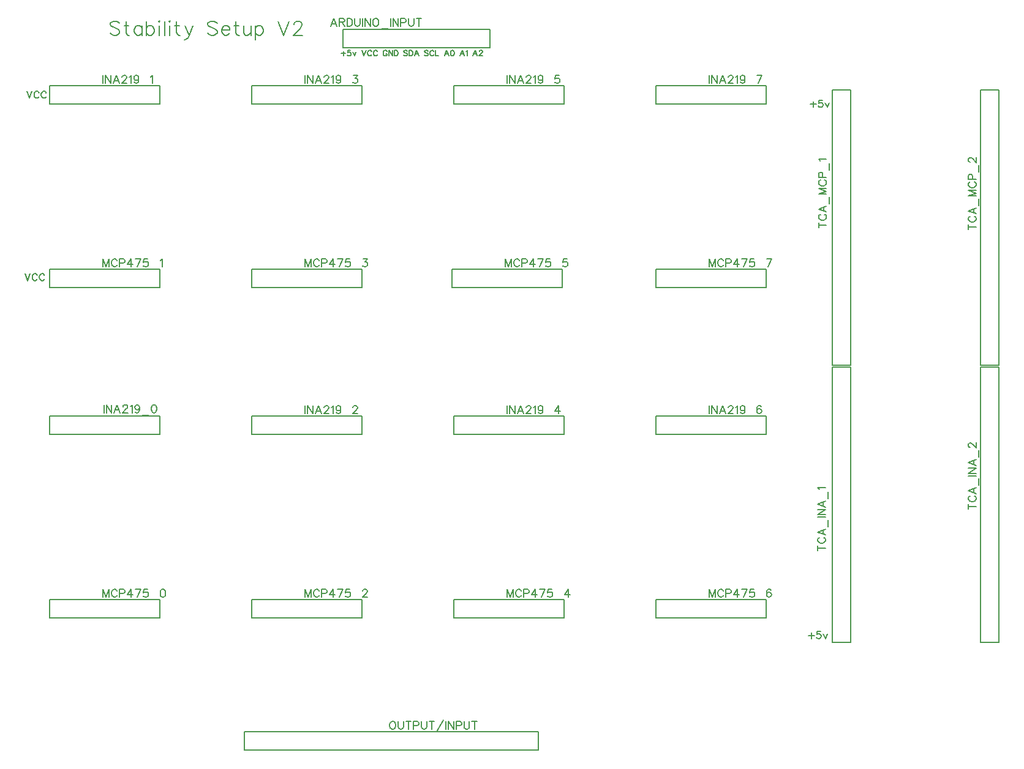
<source format=gto>
G04 Layer: TopSilkscreenLayer*
G04 EasyEDA v6.5.9, 2022-10-13 02:00:02*
G04 e360aac8450f43158dbdd5a42fdb8d84,1d9ebe74aaba41f0b176b6c48231f753,10*
G04 Gerber Generator version 0.2*
G04 Scale: 100 percent, Rotated: No, Reflected: No *
G04 Dimensions in millimeters *
G04 leading zeros omitted , absolute positions ,4 integer and 5 decimal *
%FSLAX45Y45*%
%MOMM*%

%ADD10C,0.2032*%
%ADD11C,0.1500*%
%ADD12C,0.1524*%
%ADD13C,0.2030*%
%ADD14C,0.2030*%
%ADD15C,0.0150*%

%LPD*%
D10*
X2237486Y9626092D02*
G01*
X2218943Y9644634D01*
X2191258Y9653778D01*
X2154427Y9653778D01*
X2126741Y9644634D01*
X2108200Y9626092D01*
X2108200Y9607550D01*
X2117343Y9589262D01*
X2126741Y9579863D01*
X2145029Y9570720D01*
X2200656Y9552178D01*
X2218943Y9543034D01*
X2228341Y9533889D01*
X2237486Y9515347D01*
X2237486Y9487662D01*
X2218943Y9469120D01*
X2191258Y9459976D01*
X2154427Y9459976D01*
X2126741Y9469120D01*
X2108200Y9487662D01*
X2326131Y9653778D02*
G01*
X2326131Y9496805D01*
X2335529Y9469120D01*
X2353818Y9459976D01*
X2372359Y9459976D01*
X2298445Y9589262D02*
G01*
X2363215Y9589262D01*
X2544063Y9589262D02*
G01*
X2544063Y9459976D01*
X2544063Y9561576D02*
G01*
X2525775Y9579863D01*
X2507234Y9589262D01*
X2479547Y9589262D01*
X2461006Y9579863D01*
X2442463Y9561576D01*
X2433320Y9533889D01*
X2433320Y9515347D01*
X2442463Y9487662D01*
X2461006Y9469120D01*
X2479547Y9459976D01*
X2507234Y9459976D01*
X2525775Y9469120D01*
X2544063Y9487662D01*
X2605024Y9653778D02*
G01*
X2605024Y9459976D01*
X2605024Y9561576D02*
G01*
X2623565Y9579863D01*
X2642108Y9589262D01*
X2669793Y9589262D01*
X2688336Y9579863D01*
X2706624Y9561576D01*
X2716022Y9533889D01*
X2716022Y9515347D01*
X2706624Y9487662D01*
X2688336Y9469120D01*
X2669793Y9459976D01*
X2642108Y9459976D01*
X2623565Y9469120D01*
X2605024Y9487662D01*
X2776981Y9653778D02*
G01*
X2786125Y9644634D01*
X2795270Y9653778D01*
X2786125Y9663176D01*
X2776981Y9653778D01*
X2786125Y9589262D02*
G01*
X2786125Y9459976D01*
X2856229Y9653778D02*
G01*
X2856229Y9459976D01*
X2917190Y9653778D02*
G01*
X2926588Y9644634D01*
X2935731Y9653778D01*
X2926588Y9663176D01*
X2917190Y9653778D01*
X2926588Y9589262D02*
G01*
X2926588Y9459976D01*
X3024377Y9653778D02*
G01*
X3024377Y9496805D01*
X3033775Y9469120D01*
X3052063Y9459976D01*
X3070606Y9459976D01*
X2996691Y9589262D02*
G01*
X3061461Y9589262D01*
X3140709Y9589262D02*
G01*
X3196336Y9459976D01*
X3251708Y9589262D02*
G01*
X3196336Y9459976D01*
X3177793Y9422892D01*
X3159252Y9404350D01*
X3140709Y9395205D01*
X3131565Y9395205D01*
X3584193Y9626092D02*
G01*
X3565652Y9644634D01*
X3537965Y9653778D01*
X3501136Y9653778D01*
X3473450Y9644634D01*
X3454908Y9626092D01*
X3454908Y9607550D01*
X3464052Y9589262D01*
X3473450Y9579863D01*
X3491738Y9570720D01*
X3547109Y9552178D01*
X3565652Y9543034D01*
X3575050Y9533889D01*
X3584193Y9515347D01*
X3584193Y9487662D01*
X3565652Y9469120D01*
X3537965Y9459976D01*
X3501136Y9459976D01*
X3473450Y9469120D01*
X3454908Y9487662D01*
X3645154Y9533889D02*
G01*
X3755897Y9533889D01*
X3755897Y9552178D01*
X3746754Y9570720D01*
X3737609Y9579863D01*
X3719068Y9589262D01*
X3691381Y9589262D01*
X3672840Y9579863D01*
X3654297Y9561576D01*
X3645154Y9533889D01*
X3645154Y9515347D01*
X3654297Y9487662D01*
X3672840Y9469120D01*
X3691381Y9459976D01*
X3719068Y9459976D01*
X3737609Y9469120D01*
X3755897Y9487662D01*
X3844543Y9653778D02*
G01*
X3844543Y9496805D01*
X3853941Y9469120D01*
X3872229Y9459976D01*
X3890772Y9459976D01*
X3816858Y9589262D02*
G01*
X3881627Y9589262D01*
X3951731Y9589262D02*
G01*
X3951731Y9496805D01*
X3961129Y9469120D01*
X3979418Y9459976D01*
X4007104Y9459976D01*
X4025645Y9469120D01*
X4053331Y9496805D01*
X4053331Y9589262D02*
G01*
X4053331Y9459976D01*
X4114291Y9589262D02*
G01*
X4114291Y9395205D01*
X4114291Y9561576D02*
G01*
X4132834Y9579863D01*
X4151375Y9589262D01*
X4179061Y9589262D01*
X4197350Y9579863D01*
X4215891Y9561576D01*
X4225290Y9533889D01*
X4225290Y9515347D01*
X4215891Y9487662D01*
X4197350Y9469120D01*
X4179061Y9459976D01*
X4151375Y9459976D01*
X4132834Y9469120D01*
X4114291Y9487662D01*
X4428490Y9653778D02*
G01*
X4502150Y9459976D01*
X4576063Y9653778D02*
G01*
X4502150Y9459976D01*
X4646422Y9607550D02*
G01*
X4646422Y9616947D01*
X4655565Y9635489D01*
X4664709Y9644634D01*
X4683252Y9653778D01*
X4720336Y9653778D01*
X4738624Y9644634D01*
X4748022Y9635489D01*
X4757165Y9616947D01*
X4757165Y9598405D01*
X4748022Y9579863D01*
X4729479Y9552178D01*
X4637024Y9459976D01*
X4766309Y9459976D01*
D11*
X5328665Y9239250D02*
G01*
X5328665Y9173718D01*
X5295900Y9206484D02*
G01*
X5361431Y9206484D01*
X5428995Y9250171D02*
G01*
X5392674Y9250171D01*
X5388863Y9217405D01*
X5392674Y9220962D01*
X5403595Y9224771D01*
X5414518Y9224771D01*
X5425440Y9220962D01*
X5432552Y9213850D01*
X5436361Y9202928D01*
X5436361Y9195562D01*
X5432552Y9184639D01*
X5425440Y9177274D01*
X5414518Y9173718D01*
X5403595Y9173718D01*
X5392674Y9177274D01*
X5388863Y9181084D01*
X5385308Y9188195D01*
X5460238Y9224771D02*
G01*
X5482081Y9173718D01*
X5503925Y9224771D02*
G01*
X5482081Y9173718D01*
X5583936Y9250171D02*
G01*
X5612891Y9173718D01*
X5642102Y9250171D02*
G01*
X5612891Y9173718D01*
X5720588Y9231884D02*
G01*
X5717031Y9239250D01*
X5709665Y9246615D01*
X5702554Y9250171D01*
X5687822Y9250171D01*
X5680709Y9246615D01*
X5673343Y9239250D01*
X5669788Y9231884D01*
X5665977Y9220962D01*
X5665977Y9202928D01*
X5669788Y9192005D01*
X5673343Y9184639D01*
X5680709Y9177274D01*
X5687822Y9173718D01*
X5702554Y9173718D01*
X5709665Y9177274D01*
X5717031Y9184639D01*
X5720588Y9192005D01*
X5799074Y9231884D02*
G01*
X5795518Y9239250D01*
X5788152Y9246615D01*
X5781040Y9250171D01*
X5766561Y9250171D01*
X5759195Y9246615D01*
X5751829Y9239250D01*
X5748274Y9231884D01*
X5744718Y9220962D01*
X5744718Y9202928D01*
X5748274Y9192005D01*
X5751829Y9184639D01*
X5759195Y9177274D01*
X5766561Y9173718D01*
X5781040Y9173718D01*
X5788152Y9177274D01*
X5795518Y9184639D01*
X5799074Y9192005D01*
X5933693Y9231884D02*
G01*
X5930138Y9239250D01*
X5922772Y9246615D01*
X5915659Y9250171D01*
X5900927Y9250171D01*
X5893815Y9246615D01*
X5886450Y9239250D01*
X5882893Y9231884D01*
X5879084Y9220962D01*
X5879084Y9202928D01*
X5882893Y9192005D01*
X5886450Y9184639D01*
X5893815Y9177274D01*
X5900927Y9173718D01*
X5915659Y9173718D01*
X5922772Y9177274D01*
X5930138Y9184639D01*
X5933693Y9192005D01*
X5933693Y9202928D01*
X5915659Y9202928D02*
G01*
X5933693Y9202928D01*
X5957824Y9250171D02*
G01*
X5957824Y9173718D01*
X5957824Y9250171D02*
G01*
X6008624Y9173718D01*
X6008624Y9250171D02*
G01*
X6008624Y9173718D01*
X6032500Y9250171D02*
G01*
X6032500Y9173718D01*
X6032500Y9250171D02*
G01*
X6058154Y9250171D01*
X6069075Y9246615D01*
X6076188Y9239250D01*
X6079997Y9231884D01*
X6083554Y9220962D01*
X6083554Y9202928D01*
X6079997Y9192005D01*
X6076188Y9184639D01*
X6069075Y9177274D01*
X6058154Y9173718D01*
X6032500Y9173718D01*
X6214363Y9239250D02*
G01*
X6207252Y9246615D01*
X6196329Y9250171D01*
X6181597Y9250171D01*
X6170929Y9246615D01*
X6163563Y9239250D01*
X6163563Y9231884D01*
X6167120Y9224771D01*
X6170929Y9220962D01*
X6178041Y9217405D01*
X6199886Y9210039D01*
X6207252Y9206484D01*
X6210808Y9202928D01*
X6214363Y9195562D01*
X6214363Y9184639D01*
X6207252Y9177274D01*
X6196329Y9173718D01*
X6181597Y9173718D01*
X6170929Y9177274D01*
X6163563Y9184639D01*
X6238493Y9250171D02*
G01*
X6238493Y9173718D01*
X6238493Y9250171D02*
G01*
X6263893Y9250171D01*
X6274815Y9246615D01*
X6282181Y9239250D01*
X6285738Y9231884D01*
X6289293Y9220962D01*
X6289293Y9202928D01*
X6285738Y9192005D01*
X6282181Y9184639D01*
X6274815Y9177274D01*
X6263893Y9173718D01*
X6238493Y9173718D01*
X6342379Y9250171D02*
G01*
X6313424Y9173718D01*
X6342379Y9250171D02*
G01*
X6371590Y9173718D01*
X6324345Y9199118D02*
G01*
X6360668Y9199118D01*
X6502400Y9239250D02*
G01*
X6495288Y9246615D01*
X6484365Y9250171D01*
X6469634Y9250171D01*
X6458711Y9246615D01*
X6451600Y9239250D01*
X6451600Y9231884D01*
X6455156Y9224771D01*
X6458711Y9220962D01*
X6466077Y9217405D01*
X6487922Y9210039D01*
X6495288Y9206484D01*
X6498843Y9202928D01*
X6502400Y9195562D01*
X6502400Y9184639D01*
X6495288Y9177274D01*
X6484365Y9173718D01*
X6469634Y9173718D01*
X6458711Y9177274D01*
X6451600Y9184639D01*
X6580886Y9231884D02*
G01*
X6577329Y9239250D01*
X6569963Y9246615D01*
X6562852Y9250171D01*
X6548374Y9250171D01*
X6541008Y9246615D01*
X6533641Y9239250D01*
X6530086Y9231884D01*
X6526529Y9220962D01*
X6526529Y9202928D01*
X6530086Y9192005D01*
X6533641Y9184639D01*
X6541008Y9177274D01*
X6548374Y9173718D01*
X6562852Y9173718D01*
X6569963Y9177274D01*
X6577329Y9184639D01*
X6580886Y9192005D01*
X6605015Y9250171D02*
G01*
X6605015Y9173718D01*
X6605015Y9173718D02*
G01*
X6648704Y9173718D01*
X6757670Y9250171D02*
G01*
X6728713Y9173718D01*
X6757670Y9250171D02*
G01*
X6786879Y9173718D01*
X6739636Y9199118D02*
G01*
X6775958Y9199118D01*
X6832600Y9250171D02*
G01*
X6821677Y9246615D01*
X6814565Y9235694D01*
X6810756Y9217405D01*
X6810756Y9206484D01*
X6814565Y9188195D01*
X6821677Y9177274D01*
X6832600Y9173718D01*
X6839965Y9173718D01*
X6850888Y9177274D01*
X6858000Y9188195D01*
X6861809Y9206484D01*
X6861809Y9217405D01*
X6858000Y9235694D01*
X6850888Y9246615D01*
X6839965Y9250171D01*
X6832600Y9250171D01*
X6970775Y9250171D02*
G01*
X6941820Y9173718D01*
X6970775Y9250171D02*
G01*
X6999986Y9173718D01*
X6952741Y9199118D02*
G01*
X6989063Y9199118D01*
X7023861Y9235694D02*
G01*
X7031227Y9239250D01*
X7042150Y9250171D01*
X7042150Y9173718D01*
X7151115Y9250171D02*
G01*
X7122159Y9173718D01*
X7151115Y9250171D02*
G01*
X7180325Y9173718D01*
X7133081Y9199118D02*
G01*
X7169404Y9199118D01*
X7208011Y9231884D02*
G01*
X7208011Y9235694D01*
X7211568Y9242805D01*
X7215124Y9246615D01*
X7222490Y9250171D01*
X7236968Y9250171D01*
X7244334Y9246615D01*
X7247890Y9242805D01*
X7251445Y9235694D01*
X7251445Y9228328D01*
X7247890Y9220962D01*
X7240524Y9210039D01*
X7204202Y9173718D01*
X7255256Y9173718D01*
X952500Y8686037D02*
G01*
X988821Y8590534D01*
X1025144Y8686037D02*
G01*
X988821Y8590534D01*
X1123442Y8663431D02*
G01*
X1118870Y8672576D01*
X1109726Y8681465D01*
X1100581Y8686037D01*
X1082547Y8686037D01*
X1073404Y8681465D01*
X1064260Y8672576D01*
X1059687Y8663431D01*
X1055115Y8649715D01*
X1055115Y8627110D01*
X1059687Y8613394D01*
X1064260Y8604250D01*
X1073404Y8595105D01*
X1082547Y8590534D01*
X1100581Y8590534D01*
X1109726Y8595105D01*
X1118870Y8604250D01*
X1123442Y8613394D01*
X1221486Y8663431D02*
G01*
X1217168Y8672576D01*
X1208023Y8681465D01*
X1198879Y8686037D01*
X1180592Y8686037D01*
X1171702Y8681465D01*
X1162557Y8672576D01*
X1157986Y8663431D01*
X1153413Y8649715D01*
X1153413Y8627110D01*
X1157986Y8613394D01*
X1162557Y8604250D01*
X1171702Y8595105D01*
X1180592Y8590534D01*
X1198879Y8590534D01*
X1208023Y8595105D01*
X1217168Y8604250D01*
X1221486Y8613394D01*
X927100Y6158737D02*
G01*
X963421Y6063234D01*
X999744Y6158737D02*
G01*
X963421Y6063234D01*
X1098042Y6136131D02*
G01*
X1093470Y6145276D01*
X1084326Y6154165D01*
X1075181Y6158737D01*
X1057147Y6158737D01*
X1048004Y6154165D01*
X1038860Y6145276D01*
X1034287Y6136131D01*
X1029715Y6122415D01*
X1029715Y6099810D01*
X1034287Y6086094D01*
X1038860Y6076950D01*
X1048004Y6067805D01*
X1057147Y6063234D01*
X1075181Y6063234D01*
X1084326Y6067805D01*
X1093470Y6076950D01*
X1098042Y6086094D01*
X1196086Y6136131D02*
G01*
X1191768Y6145276D01*
X1182623Y6154165D01*
X1173479Y6158737D01*
X1155192Y6158737D01*
X1146302Y6154165D01*
X1137157Y6145276D01*
X1132586Y6136131D01*
X1128013Y6122415D01*
X1128013Y6099810D01*
X1132586Y6086094D01*
X1137157Y6076950D01*
X1146302Y6067805D01*
X1155192Y6063234D01*
X1173479Y6063234D01*
X1182623Y6067805D01*
X1191768Y6076950D01*
X1196086Y6086094D01*
X11826493Y8545576D02*
G01*
X11826493Y8463534D01*
X11785600Y8504681D02*
G01*
X11867388Y8504681D01*
X11951970Y8559037D02*
G01*
X11906504Y8559037D01*
X11901931Y8518144D01*
X11906504Y8522715D01*
X11920220Y8527287D01*
X11933681Y8527287D01*
X11947397Y8522715D01*
X11956541Y8513571D01*
X11961113Y8500110D01*
X11961113Y8490965D01*
X11956541Y8477250D01*
X11947397Y8468105D01*
X11933681Y8463534D01*
X11920220Y8463534D01*
X11906504Y8468105D01*
X11901931Y8472678D01*
X11897359Y8481821D01*
X11991086Y8527287D02*
G01*
X12018263Y8463534D01*
X12045695Y8527287D02*
G01*
X12018263Y8463534D01*
X11801093Y1192276D02*
G01*
X11801093Y1110234D01*
X11760200Y1151381D02*
G01*
X11841988Y1151381D01*
X11926570Y1205737D02*
G01*
X11881104Y1205737D01*
X11876531Y1164844D01*
X11881104Y1169415D01*
X11894820Y1173987D01*
X11908281Y1173987D01*
X11921997Y1169415D01*
X11931141Y1160271D01*
X11935713Y1146810D01*
X11935713Y1137665D01*
X11931141Y1123950D01*
X11921997Y1114805D01*
X11908281Y1110234D01*
X11894820Y1110234D01*
X11881104Y1114805D01*
X11876531Y1119378D01*
X11871959Y1128521D01*
X11965686Y1173987D02*
G01*
X11992863Y1110234D01*
X12020295Y1173987D02*
G01*
X11992863Y1110234D01*
D12*
X2019300Y4344415D02*
G01*
X2019300Y4235450D01*
X2053590Y4344415D02*
G01*
X2053590Y4235450D01*
X2053590Y4344415D02*
G01*
X2126234Y4235450D01*
X2126234Y4344415D02*
G01*
X2126234Y4235450D01*
X2202179Y4344415D02*
G01*
X2160524Y4235450D01*
X2202179Y4344415D02*
G01*
X2243836Y4235450D01*
X2176272Y4271771D02*
G01*
X2228088Y4271771D01*
X2283206Y4318507D02*
G01*
X2283206Y4323587D01*
X2288540Y4334002D01*
X2293620Y4339336D01*
X2304034Y4344415D01*
X2324861Y4344415D01*
X2335275Y4339336D01*
X2340356Y4334002D01*
X2345690Y4323587D01*
X2345690Y4313173D01*
X2340356Y4302760D01*
X2329941Y4287265D01*
X2278125Y4235450D01*
X2350770Y4235450D01*
X2385059Y4323587D02*
G01*
X2395474Y4328921D01*
X2410968Y4344415D01*
X2410968Y4235450D01*
X2512822Y4308094D02*
G01*
X2507741Y4292600D01*
X2497327Y4282186D01*
X2481579Y4276852D01*
X2476500Y4276852D01*
X2461006Y4282186D01*
X2450591Y4292600D01*
X2445258Y4308094D01*
X2445258Y4313173D01*
X2450591Y4328921D01*
X2461006Y4339336D01*
X2476500Y4344415D01*
X2481579Y4344415D01*
X2497327Y4339336D01*
X2507741Y4328921D01*
X2512822Y4308094D01*
X2512822Y4282186D01*
X2507741Y4256023D01*
X2497327Y4240529D01*
X2481579Y4235450D01*
X2471420Y4235450D01*
X2455672Y4240529D01*
X2450591Y4250944D01*
X2547111Y4198873D02*
G01*
X2640584Y4198873D01*
X2706115Y4344415D02*
G01*
X2690622Y4339336D01*
X2680208Y4323587D01*
X2674874Y4297679D01*
X2674874Y4282186D01*
X2680208Y4256023D01*
X2690622Y4240529D01*
X2706115Y4235450D01*
X2716529Y4235450D01*
X2732024Y4240529D01*
X2742438Y4256023D01*
X2747772Y4282186D01*
X2747772Y4297679D01*
X2742438Y4323587D01*
X2732024Y4339336D01*
X2716529Y4344415D01*
X2706115Y4344415D01*
X2006600Y8903715D02*
G01*
X2006600Y8794750D01*
X2040890Y8903715D02*
G01*
X2040890Y8794750D01*
X2040890Y8903715D02*
G01*
X2113534Y8794750D01*
X2113534Y8903715D02*
G01*
X2113534Y8794750D01*
X2189479Y8903715D02*
G01*
X2147824Y8794750D01*
X2189479Y8903715D02*
G01*
X2231136Y8794750D01*
X2163572Y8831071D02*
G01*
X2215388Y8831071D01*
X2270506Y8877808D02*
G01*
X2270506Y8882887D01*
X2275840Y8893302D01*
X2280920Y8898636D01*
X2291334Y8903715D01*
X2312161Y8903715D01*
X2322575Y8898636D01*
X2327656Y8893302D01*
X2332990Y8882887D01*
X2332990Y8872474D01*
X2327656Y8862060D01*
X2317241Y8846565D01*
X2265425Y8794750D01*
X2338070Y8794750D01*
X2372359Y8882887D02*
G01*
X2382774Y8888221D01*
X2398268Y8903715D01*
X2398268Y8794750D01*
X2500122Y8867394D02*
G01*
X2495041Y8851900D01*
X2484627Y8841486D01*
X2468879Y8836152D01*
X2463800Y8836152D01*
X2448306Y8841486D01*
X2437891Y8851900D01*
X2432558Y8867394D01*
X2432558Y8872474D01*
X2437891Y8888221D01*
X2448306Y8898636D01*
X2463800Y8903715D01*
X2468879Y8903715D01*
X2484627Y8898636D01*
X2495041Y8888221D01*
X2500122Y8867394D01*
X2500122Y8841486D01*
X2495041Y8815324D01*
X2484627Y8799829D01*
X2468879Y8794750D01*
X2458720Y8794750D01*
X2442972Y8799829D01*
X2437891Y8810244D01*
X2534411Y8758174D02*
G01*
X2627884Y8758174D01*
X2662174Y8882887D02*
G01*
X2672588Y8888221D01*
X2688336Y8903715D01*
X2688336Y8794750D01*
X4800600Y4331715D02*
G01*
X4800600Y4222750D01*
X4834890Y4331715D02*
G01*
X4834890Y4222750D01*
X4834890Y4331715D02*
G01*
X4907534Y4222750D01*
X4907534Y4331715D02*
G01*
X4907534Y4222750D01*
X4983479Y4331715D02*
G01*
X4941824Y4222750D01*
X4983479Y4331715D02*
G01*
X5025136Y4222750D01*
X4957572Y4259071D02*
G01*
X5009388Y4259071D01*
X5064506Y4305807D02*
G01*
X5064506Y4310887D01*
X5069840Y4321302D01*
X5074920Y4326636D01*
X5085334Y4331715D01*
X5106161Y4331715D01*
X5116575Y4326636D01*
X5121656Y4321302D01*
X5126990Y4310887D01*
X5126990Y4300473D01*
X5121656Y4290060D01*
X5111241Y4274565D01*
X5059425Y4222750D01*
X5132070Y4222750D01*
X5166359Y4310887D02*
G01*
X5176774Y4316221D01*
X5192268Y4331715D01*
X5192268Y4222750D01*
X5294122Y4295394D02*
G01*
X5289041Y4279900D01*
X5278627Y4269486D01*
X5262879Y4264152D01*
X5257800Y4264152D01*
X5242306Y4269486D01*
X5231891Y4279900D01*
X5226558Y4295394D01*
X5226558Y4300473D01*
X5231891Y4316221D01*
X5242306Y4326636D01*
X5257800Y4331715D01*
X5262879Y4331715D01*
X5278627Y4326636D01*
X5289041Y4316221D01*
X5294122Y4295394D01*
X5294122Y4269486D01*
X5289041Y4243323D01*
X5278627Y4227829D01*
X5262879Y4222750D01*
X5252720Y4222750D01*
X5236972Y4227829D01*
X5231891Y4238244D01*
X5328411Y4186173D02*
G01*
X5421884Y4186173D01*
X5461508Y4305807D02*
G01*
X5461508Y4310887D01*
X5466588Y4321302D01*
X5471922Y4326636D01*
X5482336Y4331715D01*
X5502909Y4331715D01*
X5513324Y4326636D01*
X5518658Y4321302D01*
X5523738Y4310887D01*
X5523738Y4300473D01*
X5518658Y4290060D01*
X5508243Y4274565D01*
X5456174Y4222750D01*
X5529072Y4222750D01*
X4800600Y8903715D02*
G01*
X4800600Y8794750D01*
X4834890Y8903715D02*
G01*
X4834890Y8794750D01*
X4834890Y8903715D02*
G01*
X4907534Y8794750D01*
X4907534Y8903715D02*
G01*
X4907534Y8794750D01*
X4983479Y8903715D02*
G01*
X4941824Y8794750D01*
X4983479Y8903715D02*
G01*
X5025136Y8794750D01*
X4957572Y8831071D02*
G01*
X5009388Y8831071D01*
X5064506Y8877808D02*
G01*
X5064506Y8882887D01*
X5069840Y8893302D01*
X5074920Y8898636D01*
X5085334Y8903715D01*
X5106161Y8903715D01*
X5116575Y8898636D01*
X5121656Y8893302D01*
X5126990Y8882887D01*
X5126990Y8872474D01*
X5121656Y8862060D01*
X5111241Y8846565D01*
X5059425Y8794750D01*
X5132070Y8794750D01*
X5166359Y8882887D02*
G01*
X5176774Y8888221D01*
X5192268Y8903715D01*
X5192268Y8794750D01*
X5294122Y8867394D02*
G01*
X5289041Y8851900D01*
X5278627Y8841486D01*
X5262879Y8836152D01*
X5257800Y8836152D01*
X5242306Y8841486D01*
X5231891Y8851900D01*
X5226558Y8867394D01*
X5226558Y8872474D01*
X5231891Y8888221D01*
X5242306Y8898636D01*
X5257800Y8903715D01*
X5262879Y8903715D01*
X5278627Y8898636D01*
X5289041Y8888221D01*
X5294122Y8867394D01*
X5294122Y8841486D01*
X5289041Y8815324D01*
X5278627Y8799829D01*
X5262879Y8794750D01*
X5252720Y8794750D01*
X5236972Y8799829D01*
X5231891Y8810244D01*
X5328411Y8758174D02*
G01*
X5421884Y8758174D01*
X5466588Y8903715D02*
G01*
X5523738Y8903715D01*
X5492750Y8862060D01*
X5508243Y8862060D01*
X5518658Y8856979D01*
X5523738Y8851900D01*
X5529072Y8836152D01*
X5529072Y8825737D01*
X5523738Y8810244D01*
X5513324Y8799829D01*
X5497829Y8794750D01*
X5482336Y8794750D01*
X5466588Y8799829D01*
X5461508Y8804910D01*
X5456174Y8815324D01*
X7594600Y4331715D02*
G01*
X7594600Y4222750D01*
X7628890Y4331715D02*
G01*
X7628890Y4222750D01*
X7628890Y4331715D02*
G01*
X7701534Y4222750D01*
X7701534Y4331715D02*
G01*
X7701534Y4222750D01*
X7777479Y4331715D02*
G01*
X7735824Y4222750D01*
X7777479Y4331715D02*
G01*
X7819136Y4222750D01*
X7751572Y4259071D02*
G01*
X7803388Y4259071D01*
X7858506Y4305807D02*
G01*
X7858506Y4310887D01*
X7863840Y4321302D01*
X7868920Y4326636D01*
X7879334Y4331715D01*
X7900161Y4331715D01*
X7910575Y4326636D01*
X7915656Y4321302D01*
X7920990Y4310887D01*
X7920990Y4300473D01*
X7915656Y4290060D01*
X7905241Y4274565D01*
X7853425Y4222750D01*
X7926070Y4222750D01*
X7960359Y4310887D02*
G01*
X7970774Y4316221D01*
X7986268Y4331715D01*
X7986268Y4222750D01*
X8088122Y4295394D02*
G01*
X8083041Y4279900D01*
X8072627Y4269486D01*
X8056879Y4264152D01*
X8051800Y4264152D01*
X8036306Y4269486D01*
X8025891Y4279900D01*
X8020558Y4295394D01*
X8020558Y4300473D01*
X8025891Y4316221D01*
X8036306Y4326636D01*
X8051800Y4331715D01*
X8056879Y4331715D01*
X8072627Y4326636D01*
X8083041Y4316221D01*
X8088122Y4295394D01*
X8088122Y4269486D01*
X8083041Y4243323D01*
X8072627Y4227829D01*
X8056879Y4222750D01*
X8046720Y4222750D01*
X8030972Y4227829D01*
X8025891Y4238244D01*
X8122411Y4186173D02*
G01*
X8215884Y4186173D01*
X8302243Y4331715D02*
G01*
X8250174Y4259071D01*
X8328152Y4259071D01*
X8302243Y4331715D02*
G01*
X8302243Y4222750D01*
X7594600Y8903715D02*
G01*
X7594600Y8794750D01*
X7628890Y8903715D02*
G01*
X7628890Y8794750D01*
X7628890Y8903715D02*
G01*
X7701534Y8794750D01*
X7701534Y8903715D02*
G01*
X7701534Y8794750D01*
X7777479Y8903715D02*
G01*
X7735824Y8794750D01*
X7777479Y8903715D02*
G01*
X7819136Y8794750D01*
X7751572Y8831071D02*
G01*
X7803388Y8831071D01*
X7858506Y8877808D02*
G01*
X7858506Y8882887D01*
X7863840Y8893302D01*
X7868920Y8898636D01*
X7879334Y8903715D01*
X7900161Y8903715D01*
X7910575Y8898636D01*
X7915656Y8893302D01*
X7920990Y8882887D01*
X7920990Y8872474D01*
X7915656Y8862060D01*
X7905241Y8846565D01*
X7853425Y8794750D01*
X7926070Y8794750D01*
X7960359Y8882887D02*
G01*
X7970774Y8888221D01*
X7986268Y8903715D01*
X7986268Y8794750D01*
X8088122Y8867394D02*
G01*
X8083041Y8851900D01*
X8072627Y8841486D01*
X8056879Y8836152D01*
X8051800Y8836152D01*
X8036306Y8841486D01*
X8025891Y8851900D01*
X8020558Y8867394D01*
X8020558Y8872474D01*
X8025891Y8888221D01*
X8036306Y8898636D01*
X8051800Y8903715D01*
X8056879Y8903715D01*
X8072627Y8898636D01*
X8083041Y8888221D01*
X8088122Y8867394D01*
X8088122Y8841486D01*
X8083041Y8815324D01*
X8072627Y8799829D01*
X8056879Y8794750D01*
X8046720Y8794750D01*
X8030972Y8799829D01*
X8025891Y8810244D01*
X8122411Y8758174D02*
G01*
X8215884Y8758174D01*
X8312658Y8903715D02*
G01*
X8260588Y8903715D01*
X8255508Y8856979D01*
X8260588Y8862060D01*
X8276336Y8867394D01*
X8291829Y8867394D01*
X8307324Y8862060D01*
X8317738Y8851900D01*
X8323072Y8836152D01*
X8323072Y8825737D01*
X8317738Y8810244D01*
X8307324Y8799829D01*
X8291829Y8794750D01*
X8276336Y8794750D01*
X8260588Y8799829D01*
X8255508Y8804910D01*
X8250174Y8815324D01*
X10388600Y4331715D02*
G01*
X10388600Y4222750D01*
X10422890Y4331715D02*
G01*
X10422890Y4222750D01*
X10422890Y4331715D02*
G01*
X10495534Y4222750D01*
X10495534Y4331715D02*
G01*
X10495534Y4222750D01*
X10571479Y4331715D02*
G01*
X10529824Y4222750D01*
X10571479Y4331715D02*
G01*
X10613136Y4222750D01*
X10545572Y4259071D02*
G01*
X10597388Y4259071D01*
X10652506Y4305807D02*
G01*
X10652506Y4310887D01*
X10657840Y4321302D01*
X10662920Y4326636D01*
X10673334Y4331715D01*
X10694161Y4331715D01*
X10704575Y4326636D01*
X10709656Y4321302D01*
X10714990Y4310887D01*
X10714990Y4300473D01*
X10709656Y4290060D01*
X10699241Y4274565D01*
X10647425Y4222750D01*
X10720070Y4222750D01*
X10754359Y4310887D02*
G01*
X10764774Y4316221D01*
X10780268Y4331715D01*
X10780268Y4222750D01*
X10882122Y4295394D02*
G01*
X10877041Y4279900D01*
X10866627Y4269486D01*
X10850879Y4264152D01*
X10845800Y4264152D01*
X10830306Y4269486D01*
X10819891Y4279900D01*
X10814558Y4295394D01*
X10814558Y4300473D01*
X10819891Y4316221D01*
X10830306Y4326636D01*
X10845800Y4331715D01*
X10850879Y4331715D01*
X10866627Y4326636D01*
X10877041Y4316221D01*
X10882122Y4295394D01*
X10882122Y4269486D01*
X10877041Y4243323D01*
X10866627Y4227829D01*
X10850879Y4222750D01*
X10840720Y4222750D01*
X10824972Y4227829D01*
X10819891Y4238244D01*
X10916411Y4186173D02*
G01*
X11009884Y4186173D01*
X11106658Y4316221D02*
G01*
X11101324Y4326636D01*
X11085829Y4331715D01*
X11075415Y4331715D01*
X11059922Y4326636D01*
X11049508Y4310887D01*
X11044174Y4284979D01*
X11044174Y4259071D01*
X11049508Y4238244D01*
X11059922Y4227829D01*
X11075415Y4222750D01*
X11080750Y4222750D01*
X11096243Y4227829D01*
X11106658Y4238244D01*
X11111738Y4253737D01*
X11111738Y4259071D01*
X11106658Y4274565D01*
X11096243Y4284979D01*
X11080750Y4290060D01*
X11075415Y4290060D01*
X11059922Y4284979D01*
X11049508Y4274565D01*
X11044174Y4259071D01*
X10388600Y8903715D02*
G01*
X10388600Y8794750D01*
X10422890Y8903715D02*
G01*
X10422890Y8794750D01*
X10422890Y8903715D02*
G01*
X10495534Y8794750D01*
X10495534Y8903715D02*
G01*
X10495534Y8794750D01*
X10571479Y8903715D02*
G01*
X10529824Y8794750D01*
X10571479Y8903715D02*
G01*
X10613136Y8794750D01*
X10545572Y8831071D02*
G01*
X10597388Y8831071D01*
X10652506Y8877808D02*
G01*
X10652506Y8882887D01*
X10657840Y8893302D01*
X10662920Y8898636D01*
X10673334Y8903715D01*
X10694161Y8903715D01*
X10704575Y8898636D01*
X10709656Y8893302D01*
X10714990Y8882887D01*
X10714990Y8872474D01*
X10709656Y8862060D01*
X10699241Y8846565D01*
X10647425Y8794750D01*
X10720070Y8794750D01*
X10754359Y8882887D02*
G01*
X10764774Y8888221D01*
X10780268Y8903715D01*
X10780268Y8794750D01*
X10882122Y8867394D02*
G01*
X10877041Y8851900D01*
X10866627Y8841486D01*
X10850879Y8836152D01*
X10845800Y8836152D01*
X10830306Y8841486D01*
X10819891Y8851900D01*
X10814558Y8867394D01*
X10814558Y8872474D01*
X10819891Y8888221D01*
X10830306Y8898636D01*
X10845800Y8903715D01*
X10850879Y8903715D01*
X10866627Y8898636D01*
X10877041Y8888221D01*
X10882122Y8867394D01*
X10882122Y8841486D01*
X10877041Y8815324D01*
X10866627Y8799829D01*
X10850879Y8794750D01*
X10840720Y8794750D01*
X10824972Y8799829D01*
X10819891Y8810244D01*
X10916411Y8758174D02*
G01*
X11009884Y8758174D01*
X11117072Y8903715D02*
G01*
X11065002Y8794750D01*
X11044174Y8903715D02*
G01*
X11117072Y8903715D01*
X2006600Y1791715D02*
G01*
X2006600Y1682750D01*
X2006600Y1791715D02*
G01*
X2048256Y1682750D01*
X2089658Y1791715D02*
G01*
X2048256Y1682750D01*
X2089658Y1791715D02*
G01*
X2089658Y1682750D01*
X2201925Y1765807D02*
G01*
X2196845Y1776221D01*
X2186431Y1786636D01*
X2176018Y1791715D01*
X2155190Y1791715D01*
X2144775Y1786636D01*
X2134361Y1776221D01*
X2129281Y1765807D01*
X2123947Y1750060D01*
X2123947Y1724152D01*
X2129281Y1708657D01*
X2134361Y1698244D01*
X2144775Y1687829D01*
X2155190Y1682750D01*
X2176018Y1682750D01*
X2186431Y1687829D01*
X2196845Y1698244D01*
X2201925Y1708657D01*
X2236215Y1791715D02*
G01*
X2236215Y1682750D01*
X2236215Y1791715D02*
G01*
X2282952Y1791715D01*
X2298700Y1786636D01*
X2303779Y1781302D01*
X2308859Y1770887D01*
X2308859Y1755394D01*
X2303779Y1744979D01*
X2298700Y1739900D01*
X2282952Y1734565D01*
X2236215Y1734565D01*
X2395220Y1791715D02*
G01*
X2343150Y1719071D01*
X2421127Y1719071D01*
X2395220Y1791715D02*
G01*
X2395220Y1682750D01*
X2528315Y1791715D02*
G01*
X2476245Y1682750D01*
X2455418Y1791715D02*
G01*
X2528315Y1791715D01*
X2624836Y1791715D02*
G01*
X2573020Y1791715D01*
X2567686Y1744979D01*
X2573020Y1750060D01*
X2588513Y1755394D01*
X2604008Y1755394D01*
X2619756Y1750060D01*
X2630170Y1739900D01*
X2635250Y1724152D01*
X2635250Y1713737D01*
X2630170Y1698244D01*
X2619756Y1687829D01*
X2604008Y1682750D01*
X2588513Y1682750D01*
X2573020Y1687829D01*
X2567686Y1692910D01*
X2562606Y1703323D01*
X2669540Y1646173D02*
G01*
X2763011Y1646173D01*
X2828543Y1791715D02*
G01*
X2813050Y1786636D01*
X2802636Y1770887D01*
X2797302Y1744979D01*
X2797302Y1729486D01*
X2802636Y1703323D01*
X2813050Y1687829D01*
X2828543Y1682750D01*
X2838958Y1682750D01*
X2854452Y1687829D01*
X2864865Y1703323D01*
X2870200Y1729486D01*
X2870200Y1744979D01*
X2864865Y1770887D01*
X2854452Y1786636D01*
X2838958Y1791715D01*
X2828543Y1791715D01*
X2006600Y6363715D02*
G01*
X2006600Y6254750D01*
X2006600Y6363715D02*
G01*
X2048256Y6254750D01*
X2089658Y6363715D02*
G01*
X2048256Y6254750D01*
X2089658Y6363715D02*
G01*
X2089658Y6254750D01*
X2201925Y6337807D02*
G01*
X2196845Y6348221D01*
X2186431Y6358636D01*
X2176018Y6363715D01*
X2155190Y6363715D01*
X2144775Y6358636D01*
X2134361Y6348221D01*
X2129281Y6337807D01*
X2123947Y6322060D01*
X2123947Y6296152D01*
X2129281Y6280657D01*
X2134361Y6270244D01*
X2144775Y6259829D01*
X2155190Y6254750D01*
X2176018Y6254750D01*
X2186431Y6259829D01*
X2196845Y6270244D01*
X2201925Y6280657D01*
X2236215Y6363715D02*
G01*
X2236215Y6254750D01*
X2236215Y6363715D02*
G01*
X2282952Y6363715D01*
X2298700Y6358636D01*
X2303779Y6353302D01*
X2308859Y6342887D01*
X2308859Y6327394D01*
X2303779Y6316979D01*
X2298700Y6311900D01*
X2282952Y6306565D01*
X2236215Y6306565D01*
X2395220Y6363715D02*
G01*
X2343150Y6291071D01*
X2421127Y6291071D01*
X2395220Y6363715D02*
G01*
X2395220Y6254750D01*
X2528315Y6363715D02*
G01*
X2476245Y6254750D01*
X2455418Y6363715D02*
G01*
X2528315Y6363715D01*
X2624836Y6363715D02*
G01*
X2573020Y6363715D01*
X2567686Y6316979D01*
X2573020Y6322060D01*
X2588513Y6327394D01*
X2604008Y6327394D01*
X2619756Y6322060D01*
X2630170Y6311900D01*
X2635250Y6296152D01*
X2635250Y6285737D01*
X2630170Y6270244D01*
X2619756Y6259829D01*
X2604008Y6254750D01*
X2588513Y6254750D01*
X2573020Y6259829D01*
X2567686Y6264910D01*
X2562606Y6275323D01*
X2669540Y6218173D02*
G01*
X2763011Y6218173D01*
X2797302Y6342887D02*
G01*
X2807715Y6348221D01*
X2823209Y6363715D01*
X2823209Y6254750D01*
X4800600Y1791715D02*
G01*
X4800600Y1682750D01*
X4800600Y1791715D02*
G01*
X4842256Y1682750D01*
X4883658Y1791715D02*
G01*
X4842256Y1682750D01*
X4883658Y1791715D02*
G01*
X4883658Y1682750D01*
X4995925Y1765807D02*
G01*
X4990845Y1776221D01*
X4980431Y1786636D01*
X4970018Y1791715D01*
X4949190Y1791715D01*
X4938775Y1786636D01*
X4928361Y1776221D01*
X4923281Y1765807D01*
X4917947Y1750060D01*
X4917947Y1724152D01*
X4923281Y1708657D01*
X4928361Y1698244D01*
X4938775Y1687829D01*
X4949190Y1682750D01*
X4970018Y1682750D01*
X4980431Y1687829D01*
X4990845Y1698244D01*
X4995925Y1708657D01*
X5030215Y1791715D02*
G01*
X5030215Y1682750D01*
X5030215Y1791715D02*
G01*
X5076952Y1791715D01*
X5092700Y1786636D01*
X5097779Y1781302D01*
X5102859Y1770887D01*
X5102859Y1755394D01*
X5097779Y1744979D01*
X5092700Y1739900D01*
X5076952Y1734565D01*
X5030215Y1734565D01*
X5189220Y1791715D02*
G01*
X5137150Y1719071D01*
X5215127Y1719071D01*
X5189220Y1791715D02*
G01*
X5189220Y1682750D01*
X5322315Y1791715D02*
G01*
X5270245Y1682750D01*
X5249418Y1791715D02*
G01*
X5322315Y1791715D01*
X5418836Y1791715D02*
G01*
X5367020Y1791715D01*
X5361686Y1744979D01*
X5367020Y1750060D01*
X5382513Y1755394D01*
X5398008Y1755394D01*
X5413756Y1750060D01*
X5424170Y1739900D01*
X5429250Y1724152D01*
X5429250Y1713737D01*
X5424170Y1698244D01*
X5413756Y1687829D01*
X5398008Y1682750D01*
X5382513Y1682750D01*
X5367020Y1687829D01*
X5361686Y1692910D01*
X5356606Y1703323D01*
X5463540Y1646173D02*
G01*
X5557011Y1646173D01*
X5596636Y1765807D02*
G01*
X5596636Y1770887D01*
X5601715Y1781302D01*
X5607050Y1786636D01*
X5617209Y1791715D01*
X5638038Y1791715D01*
X5648452Y1786636D01*
X5653786Y1781302D01*
X5658865Y1770887D01*
X5658865Y1760473D01*
X5653786Y1750060D01*
X5643372Y1734565D01*
X5591302Y1682750D01*
X5664200Y1682750D01*
X4800600Y6363715D02*
G01*
X4800600Y6254750D01*
X4800600Y6363715D02*
G01*
X4842256Y6254750D01*
X4883658Y6363715D02*
G01*
X4842256Y6254750D01*
X4883658Y6363715D02*
G01*
X4883658Y6254750D01*
X4995925Y6337807D02*
G01*
X4990845Y6348221D01*
X4980431Y6358636D01*
X4970018Y6363715D01*
X4949190Y6363715D01*
X4938775Y6358636D01*
X4928361Y6348221D01*
X4923281Y6337807D01*
X4917947Y6322060D01*
X4917947Y6296152D01*
X4923281Y6280657D01*
X4928361Y6270244D01*
X4938775Y6259829D01*
X4949190Y6254750D01*
X4970018Y6254750D01*
X4980431Y6259829D01*
X4990845Y6270244D01*
X4995925Y6280657D01*
X5030215Y6363715D02*
G01*
X5030215Y6254750D01*
X5030215Y6363715D02*
G01*
X5076952Y6363715D01*
X5092700Y6358636D01*
X5097779Y6353302D01*
X5102859Y6342887D01*
X5102859Y6327394D01*
X5097779Y6316979D01*
X5092700Y6311900D01*
X5076952Y6306565D01*
X5030215Y6306565D01*
X5189220Y6363715D02*
G01*
X5137150Y6291071D01*
X5215127Y6291071D01*
X5189220Y6363715D02*
G01*
X5189220Y6254750D01*
X5322315Y6363715D02*
G01*
X5270245Y6254750D01*
X5249418Y6363715D02*
G01*
X5322315Y6363715D01*
X5418836Y6363715D02*
G01*
X5367020Y6363715D01*
X5361686Y6316979D01*
X5367020Y6322060D01*
X5382513Y6327394D01*
X5398008Y6327394D01*
X5413756Y6322060D01*
X5424170Y6311900D01*
X5429250Y6296152D01*
X5429250Y6285737D01*
X5424170Y6270244D01*
X5413756Y6259829D01*
X5398008Y6254750D01*
X5382513Y6254750D01*
X5367020Y6259829D01*
X5361686Y6264910D01*
X5356606Y6275323D01*
X5463540Y6218173D02*
G01*
X5557011Y6218173D01*
X5601715Y6363715D02*
G01*
X5658865Y6363715D01*
X5627624Y6322060D01*
X5643372Y6322060D01*
X5653786Y6316979D01*
X5658865Y6311900D01*
X5664200Y6296152D01*
X5664200Y6285737D01*
X5658865Y6270244D01*
X5648452Y6259829D01*
X5632958Y6254750D01*
X5617209Y6254750D01*
X5601715Y6259829D01*
X5596636Y6264910D01*
X5591302Y6275323D01*
X7594600Y1791715D02*
G01*
X7594600Y1682750D01*
X7594600Y1791715D02*
G01*
X7636256Y1682750D01*
X7677658Y1791715D02*
G01*
X7636256Y1682750D01*
X7677658Y1791715D02*
G01*
X7677658Y1682750D01*
X7789925Y1765807D02*
G01*
X7784845Y1776221D01*
X7774431Y1786636D01*
X7764018Y1791715D01*
X7743190Y1791715D01*
X7732775Y1786636D01*
X7722361Y1776221D01*
X7717281Y1765807D01*
X7711947Y1750060D01*
X7711947Y1724152D01*
X7717281Y1708657D01*
X7722361Y1698244D01*
X7732775Y1687829D01*
X7743190Y1682750D01*
X7764018Y1682750D01*
X7774431Y1687829D01*
X7784845Y1698244D01*
X7789925Y1708657D01*
X7824215Y1791715D02*
G01*
X7824215Y1682750D01*
X7824215Y1791715D02*
G01*
X7870952Y1791715D01*
X7886700Y1786636D01*
X7891779Y1781302D01*
X7896859Y1770887D01*
X7896859Y1755394D01*
X7891779Y1744979D01*
X7886700Y1739900D01*
X7870952Y1734565D01*
X7824215Y1734565D01*
X7983220Y1791715D02*
G01*
X7931150Y1719071D01*
X8009127Y1719071D01*
X7983220Y1791715D02*
G01*
X7983220Y1682750D01*
X8116315Y1791715D02*
G01*
X8064245Y1682750D01*
X8043418Y1791715D02*
G01*
X8116315Y1791715D01*
X8212836Y1791715D02*
G01*
X8161020Y1791715D01*
X8155686Y1744979D01*
X8161020Y1750060D01*
X8176513Y1755394D01*
X8192008Y1755394D01*
X8207756Y1750060D01*
X8218170Y1739900D01*
X8223250Y1724152D01*
X8223250Y1713737D01*
X8218170Y1698244D01*
X8207756Y1687829D01*
X8192008Y1682750D01*
X8176513Y1682750D01*
X8161020Y1687829D01*
X8155686Y1692910D01*
X8150606Y1703323D01*
X8257540Y1646173D02*
G01*
X8351011Y1646173D01*
X8437372Y1791715D02*
G01*
X8385302Y1719071D01*
X8463279Y1719071D01*
X8437372Y1791715D02*
G01*
X8437372Y1682750D01*
X7569200Y6363715D02*
G01*
X7569200Y6254750D01*
X7569200Y6363715D02*
G01*
X7610856Y6254750D01*
X7652258Y6363715D02*
G01*
X7610856Y6254750D01*
X7652258Y6363715D02*
G01*
X7652258Y6254750D01*
X7764525Y6337807D02*
G01*
X7759445Y6348221D01*
X7749031Y6358636D01*
X7738618Y6363715D01*
X7717790Y6363715D01*
X7707375Y6358636D01*
X7696961Y6348221D01*
X7691881Y6337807D01*
X7686547Y6322060D01*
X7686547Y6296152D01*
X7691881Y6280657D01*
X7696961Y6270244D01*
X7707375Y6259829D01*
X7717790Y6254750D01*
X7738618Y6254750D01*
X7749031Y6259829D01*
X7759445Y6270244D01*
X7764525Y6280657D01*
X7798815Y6363715D02*
G01*
X7798815Y6254750D01*
X7798815Y6363715D02*
G01*
X7845552Y6363715D01*
X7861300Y6358636D01*
X7866379Y6353302D01*
X7871459Y6342887D01*
X7871459Y6327394D01*
X7866379Y6316979D01*
X7861300Y6311900D01*
X7845552Y6306565D01*
X7798815Y6306565D01*
X7957820Y6363715D02*
G01*
X7905750Y6291071D01*
X7983727Y6291071D01*
X7957820Y6363715D02*
G01*
X7957820Y6254750D01*
X8090915Y6363715D02*
G01*
X8038845Y6254750D01*
X8018018Y6363715D02*
G01*
X8090915Y6363715D01*
X8187436Y6363715D02*
G01*
X8135620Y6363715D01*
X8130286Y6316979D01*
X8135620Y6322060D01*
X8151113Y6327394D01*
X8166608Y6327394D01*
X8182356Y6322060D01*
X8192770Y6311900D01*
X8197850Y6296152D01*
X8197850Y6285737D01*
X8192770Y6270244D01*
X8182356Y6259829D01*
X8166608Y6254750D01*
X8151113Y6254750D01*
X8135620Y6259829D01*
X8130286Y6264910D01*
X8125206Y6275323D01*
X8232140Y6218173D02*
G01*
X8325611Y6218173D01*
X8422386Y6363715D02*
G01*
X8370315Y6363715D01*
X8365236Y6316979D01*
X8370315Y6322060D01*
X8385809Y6327394D01*
X8401558Y6327394D01*
X8417052Y6322060D01*
X8427465Y6311900D01*
X8432800Y6296152D01*
X8432800Y6285737D01*
X8427465Y6270244D01*
X8417052Y6259829D01*
X8401558Y6254750D01*
X8385809Y6254750D01*
X8370315Y6259829D01*
X8365236Y6264910D01*
X8359902Y6275323D01*
X10388600Y1791715D02*
G01*
X10388600Y1682750D01*
X10388600Y1791715D02*
G01*
X10430256Y1682750D01*
X10471658Y1791715D02*
G01*
X10430256Y1682750D01*
X10471658Y1791715D02*
G01*
X10471658Y1682750D01*
X10583925Y1765807D02*
G01*
X10578845Y1776221D01*
X10568431Y1786636D01*
X10558018Y1791715D01*
X10537190Y1791715D01*
X10526775Y1786636D01*
X10516361Y1776221D01*
X10511281Y1765807D01*
X10505947Y1750060D01*
X10505947Y1724152D01*
X10511281Y1708657D01*
X10516361Y1698244D01*
X10526775Y1687829D01*
X10537190Y1682750D01*
X10558018Y1682750D01*
X10568431Y1687829D01*
X10578845Y1698244D01*
X10583925Y1708657D01*
X10618215Y1791715D02*
G01*
X10618215Y1682750D01*
X10618215Y1791715D02*
G01*
X10664952Y1791715D01*
X10680700Y1786636D01*
X10685779Y1781302D01*
X10690859Y1770887D01*
X10690859Y1755394D01*
X10685779Y1744979D01*
X10680700Y1739900D01*
X10664952Y1734565D01*
X10618215Y1734565D01*
X10777220Y1791715D02*
G01*
X10725150Y1719071D01*
X10803127Y1719071D01*
X10777220Y1791715D02*
G01*
X10777220Y1682750D01*
X10910315Y1791715D02*
G01*
X10858245Y1682750D01*
X10837418Y1791715D02*
G01*
X10910315Y1791715D01*
X11006836Y1791715D02*
G01*
X10955020Y1791715D01*
X10949686Y1744979D01*
X10955020Y1750060D01*
X10970513Y1755394D01*
X10986008Y1755394D01*
X11001756Y1750060D01*
X11012170Y1739900D01*
X11017250Y1724152D01*
X11017250Y1713737D01*
X11012170Y1698244D01*
X11001756Y1687829D01*
X10986008Y1682750D01*
X10970513Y1682750D01*
X10955020Y1687829D01*
X10949686Y1692910D01*
X10944606Y1703323D01*
X11051540Y1646173D02*
G01*
X11145011Y1646173D01*
X11241786Y1776221D02*
G01*
X11236452Y1786636D01*
X11220958Y1791715D01*
X11210543Y1791715D01*
X11195050Y1786636D01*
X11184636Y1770887D01*
X11179302Y1744979D01*
X11179302Y1719071D01*
X11184636Y1698244D01*
X11195050Y1687829D01*
X11210543Y1682750D01*
X11215624Y1682750D01*
X11231372Y1687829D01*
X11241786Y1698244D01*
X11246865Y1713737D01*
X11246865Y1719071D01*
X11241786Y1734565D01*
X11231372Y1744979D01*
X11215624Y1750060D01*
X11210543Y1750060D01*
X11195050Y1744979D01*
X11184636Y1734565D01*
X11179302Y1719071D01*
X10388600Y6363715D02*
G01*
X10388600Y6254750D01*
X10388600Y6363715D02*
G01*
X10430256Y6254750D01*
X10471658Y6363715D02*
G01*
X10430256Y6254750D01*
X10471658Y6363715D02*
G01*
X10471658Y6254750D01*
X10583925Y6337807D02*
G01*
X10578845Y6348221D01*
X10568431Y6358636D01*
X10558018Y6363715D01*
X10537190Y6363715D01*
X10526775Y6358636D01*
X10516361Y6348221D01*
X10511281Y6337807D01*
X10505947Y6322060D01*
X10505947Y6296152D01*
X10511281Y6280657D01*
X10516361Y6270244D01*
X10526775Y6259829D01*
X10537190Y6254750D01*
X10558018Y6254750D01*
X10568431Y6259829D01*
X10578845Y6270244D01*
X10583925Y6280657D01*
X10618215Y6363715D02*
G01*
X10618215Y6254750D01*
X10618215Y6363715D02*
G01*
X10664952Y6363715D01*
X10680700Y6358636D01*
X10685779Y6353302D01*
X10690859Y6342887D01*
X10690859Y6327394D01*
X10685779Y6316979D01*
X10680700Y6311900D01*
X10664952Y6306565D01*
X10618215Y6306565D01*
X10777220Y6363715D02*
G01*
X10725150Y6291071D01*
X10803127Y6291071D01*
X10777220Y6363715D02*
G01*
X10777220Y6254750D01*
X10910315Y6363715D02*
G01*
X10858245Y6254750D01*
X10837418Y6363715D02*
G01*
X10910315Y6363715D01*
X11006836Y6363715D02*
G01*
X10955020Y6363715D01*
X10949686Y6316979D01*
X10955020Y6322060D01*
X10970513Y6327394D01*
X10986008Y6327394D01*
X11001756Y6322060D01*
X11012170Y6311900D01*
X11017250Y6296152D01*
X11017250Y6285737D01*
X11012170Y6270244D01*
X11001756Y6259829D01*
X10986008Y6254750D01*
X10970513Y6254750D01*
X10955020Y6259829D01*
X10949686Y6264910D01*
X10944606Y6275323D01*
X11051540Y6218173D02*
G01*
X11145011Y6218173D01*
X11252200Y6363715D02*
G01*
X11200129Y6254750D01*
X11179302Y6363715D02*
G01*
X11252200Y6363715D01*
X6000241Y-37084D02*
G01*
X5989827Y-42163D01*
X5979413Y-52578D01*
X5974079Y-62992D01*
X5969000Y-78739D01*
X5969000Y-104647D01*
X5974079Y-120142D01*
X5979413Y-130555D01*
X5989827Y-140970D01*
X6000241Y-146050D01*
X6021070Y-146050D01*
X6031229Y-140970D01*
X6041643Y-130555D01*
X6046977Y-120142D01*
X6052058Y-104647D01*
X6052058Y-78739D01*
X6046977Y-62992D01*
X6041643Y-52578D01*
X6031229Y-42163D01*
X6021070Y-37084D01*
X6000241Y-37084D01*
X6086347Y-37084D02*
G01*
X6086347Y-115062D01*
X6091681Y-130555D01*
X6102095Y-140970D01*
X6117590Y-146050D01*
X6128004Y-146050D01*
X6143497Y-140970D01*
X6153911Y-130555D01*
X6159245Y-115062D01*
X6159245Y-37084D01*
X6229858Y-37084D02*
G01*
X6229858Y-146050D01*
X6193536Y-37084D02*
G01*
X6266179Y-37084D01*
X6300470Y-37084D02*
G01*
X6300470Y-146050D01*
X6300470Y-37084D02*
G01*
X6347206Y-37084D01*
X6362700Y-42163D01*
X6368034Y-47497D01*
X6373113Y-57912D01*
X6373113Y-73405D01*
X6368034Y-83820D01*
X6362700Y-88900D01*
X6347206Y-94234D01*
X6300470Y-94234D01*
X6407404Y-37084D02*
G01*
X6407404Y-115062D01*
X6412738Y-130555D01*
X6423152Y-140970D01*
X6438645Y-146050D01*
X6449059Y-146050D01*
X6464554Y-140970D01*
X6474968Y-130555D01*
X6480302Y-115062D01*
X6480302Y-37084D01*
X6550913Y-37084D02*
G01*
X6550913Y-146050D01*
X6514591Y-37084D02*
G01*
X6587236Y-37084D01*
X6714997Y-16255D02*
G01*
X6621525Y-182626D01*
X6749288Y-37084D02*
G01*
X6749288Y-146050D01*
X6783577Y-37084D02*
G01*
X6783577Y-146050D01*
X6783577Y-37084D02*
G01*
X6856475Y-146050D01*
X6856475Y-37084D02*
G01*
X6856475Y-146050D01*
X6890765Y-37084D02*
G01*
X6890765Y-146050D01*
X6890765Y-37084D02*
G01*
X6937502Y-37084D01*
X6952995Y-42163D01*
X6958329Y-47497D01*
X6963409Y-57912D01*
X6963409Y-73405D01*
X6958329Y-83820D01*
X6952995Y-88900D01*
X6937502Y-94234D01*
X6890765Y-94234D01*
X6997700Y-37084D02*
G01*
X6997700Y-115062D01*
X7002779Y-130555D01*
X7013193Y-140970D01*
X7028941Y-146050D01*
X7039356Y-146050D01*
X7054850Y-140970D01*
X7065263Y-130555D01*
X7070343Y-115062D01*
X7070343Y-37084D01*
X7141209Y-37084D02*
G01*
X7141209Y-146050D01*
X7104634Y-37084D02*
G01*
X7177531Y-37084D01*
X11886184Y2360421D02*
G01*
X11995150Y2360421D01*
X11886184Y2324100D02*
G01*
X11886184Y2396744D01*
X11912091Y2509012D02*
G01*
X11901677Y2503931D01*
X11891263Y2493518D01*
X11886184Y2483104D01*
X11886184Y2462276D01*
X11891263Y2451862D01*
X11901677Y2441447D01*
X11912091Y2436368D01*
X11927840Y2431034D01*
X11953747Y2431034D01*
X11969241Y2436368D01*
X11979656Y2441447D01*
X11990070Y2451862D01*
X11995150Y2462276D01*
X11995150Y2483104D01*
X11990070Y2493518D01*
X11979656Y2503931D01*
X11969241Y2509012D01*
X11886184Y2584957D02*
G01*
X11995150Y2543302D01*
X11886184Y2584957D02*
G01*
X11995150Y2626360D01*
X11958827Y2559050D02*
G01*
X11958827Y2610865D01*
X12031725Y2660650D02*
G01*
X12031725Y2754376D01*
X11886184Y2788665D02*
G01*
X11995150Y2788665D01*
X11886184Y2822955D02*
G01*
X11995150Y2822955D01*
X11886184Y2822955D02*
G01*
X11995150Y2895600D01*
X11886184Y2895600D02*
G01*
X11995150Y2895600D01*
X11886184Y2971545D02*
G01*
X11995150Y2929889D01*
X11886184Y2971545D02*
G01*
X11995150Y3012947D01*
X11958827Y2945384D02*
G01*
X11958827Y2997454D01*
X12031725Y3047237D02*
G01*
X12031725Y3140710D01*
X11907011Y3175000D02*
G01*
X11901677Y3185413D01*
X11886184Y3201162D01*
X11995150Y3201162D01*
X13968984Y2935096D02*
G01*
X14077950Y2935096D01*
X13968984Y2898775D02*
G01*
X13968984Y2971419D01*
X13994891Y3083687D02*
G01*
X13984477Y3078606D01*
X13974063Y3068193D01*
X13968984Y3057779D01*
X13968984Y3036951D01*
X13974063Y3026537D01*
X13984477Y3016122D01*
X13994891Y3011043D01*
X14010640Y3005709D01*
X14036547Y3005709D01*
X14052041Y3011043D01*
X14062456Y3016122D01*
X14072870Y3026537D01*
X14077950Y3036951D01*
X14077950Y3057779D01*
X14072870Y3068193D01*
X14062456Y3078606D01*
X14052041Y3083687D01*
X13968984Y3159632D02*
G01*
X14077950Y3117977D01*
X13968984Y3159632D02*
G01*
X14077950Y3201035D01*
X14041627Y3133725D02*
G01*
X14041627Y3185540D01*
X14114525Y3235325D02*
G01*
X14114525Y3329051D01*
X13968984Y3363340D02*
G01*
X14077950Y3363340D01*
X13968984Y3397630D02*
G01*
X14077950Y3397630D01*
X13968984Y3397630D02*
G01*
X14077950Y3470275D01*
X13968984Y3470275D02*
G01*
X14077950Y3470275D01*
X13968984Y3546220D02*
G01*
X14077950Y3504564D01*
X13968984Y3546220D02*
G01*
X14077950Y3587622D01*
X14041627Y3520059D02*
G01*
X14041627Y3572129D01*
X14114525Y3621912D02*
G01*
X14114525Y3715385D01*
X13994891Y3755009D02*
G01*
X13989811Y3755009D01*
X13979397Y3760088D01*
X13974063Y3765422D01*
X13968984Y3775837D01*
X13968984Y3796664D01*
X13974063Y3806825D01*
X13979397Y3812159D01*
X13989811Y3817238D01*
X14000225Y3817238D01*
X14010640Y3812159D01*
X14026134Y3801745D01*
X14077950Y3749675D01*
X14077950Y3822572D01*
X11898884Y6830821D02*
G01*
X12007850Y6830821D01*
X11898884Y6794500D02*
G01*
X11898884Y6867144D01*
X11924791Y6979412D02*
G01*
X11914377Y6974331D01*
X11903963Y6963918D01*
X11898884Y6953504D01*
X11898884Y6932676D01*
X11903963Y6922262D01*
X11914377Y6911847D01*
X11924791Y6906768D01*
X11940540Y6901434D01*
X11966447Y6901434D01*
X11981941Y6906768D01*
X11992356Y6911847D01*
X12002770Y6922262D01*
X12007850Y6932676D01*
X12007850Y6953504D01*
X12002770Y6963918D01*
X11992356Y6974331D01*
X11981941Y6979412D01*
X11898884Y7055358D02*
G01*
X12007850Y7013702D01*
X11898884Y7055358D02*
G01*
X12007850Y7096760D01*
X11971527Y7029450D02*
G01*
X11971527Y7081265D01*
X12044425Y7131050D02*
G01*
X12044425Y7224776D01*
X11898884Y7259065D02*
G01*
X12007850Y7259065D01*
X11898884Y7259065D02*
G01*
X12007850Y7300468D01*
X11898884Y7342123D02*
G01*
X12007850Y7300468D01*
X11898884Y7342123D02*
G01*
X12007850Y7342123D01*
X11924791Y7454392D02*
G01*
X11914377Y7449058D01*
X11903963Y7438644D01*
X11898884Y7428229D01*
X11898884Y7407655D01*
X11903963Y7397242D01*
X11914377Y7386828D01*
X11924791Y7381494D01*
X11940540Y7376413D01*
X11966447Y7376413D01*
X11981941Y7381494D01*
X11992356Y7386828D01*
X12002770Y7397242D01*
X12007850Y7407655D01*
X12007850Y7428229D01*
X12002770Y7438644D01*
X11992356Y7449058D01*
X11981941Y7454392D01*
X11898884Y7488681D02*
G01*
X12007850Y7488681D01*
X11898884Y7488681D02*
G01*
X11898884Y7535418D01*
X11903963Y7550912D01*
X11909297Y7556245D01*
X11919711Y7561326D01*
X11935206Y7561326D01*
X11945620Y7556245D01*
X11950700Y7550912D01*
X11956034Y7535418D01*
X11956034Y7488681D01*
X12044425Y7595615D02*
G01*
X12044425Y7689087D01*
X11919711Y7723378D02*
G01*
X11914377Y7733792D01*
X11898884Y7749539D01*
X12007850Y7749539D01*
X13968984Y6805421D02*
G01*
X14077950Y6805421D01*
X13968984Y6769100D02*
G01*
X13968984Y6841744D01*
X13994891Y6954012D02*
G01*
X13984477Y6948931D01*
X13974063Y6938518D01*
X13968984Y6928104D01*
X13968984Y6907276D01*
X13974063Y6896862D01*
X13984477Y6886447D01*
X13994891Y6881368D01*
X14010640Y6876034D01*
X14036547Y6876034D01*
X14052041Y6881368D01*
X14062456Y6886447D01*
X14072870Y6896862D01*
X14077950Y6907276D01*
X14077950Y6928104D01*
X14072870Y6938518D01*
X14062456Y6948931D01*
X14052041Y6954012D01*
X13968984Y7029958D02*
G01*
X14077950Y6988302D01*
X13968984Y7029958D02*
G01*
X14077950Y7071360D01*
X14041627Y7004050D02*
G01*
X14041627Y7055865D01*
X14114525Y7105650D02*
G01*
X14114525Y7199376D01*
X13968984Y7233665D02*
G01*
X14077950Y7233665D01*
X13968984Y7233665D02*
G01*
X14077950Y7275068D01*
X13968984Y7316723D02*
G01*
X14077950Y7275068D01*
X13968984Y7316723D02*
G01*
X14077950Y7316723D01*
X13994891Y7428992D02*
G01*
X13984477Y7423658D01*
X13974063Y7413244D01*
X13968984Y7402829D01*
X13968984Y7382255D01*
X13974063Y7371842D01*
X13984477Y7361428D01*
X13994891Y7356094D01*
X14010640Y7351013D01*
X14036547Y7351013D01*
X14052041Y7356094D01*
X14062456Y7361428D01*
X14072870Y7371842D01*
X14077950Y7382255D01*
X14077950Y7402829D01*
X14072870Y7413244D01*
X14062456Y7423658D01*
X14052041Y7428992D01*
X13968984Y7463281D02*
G01*
X14077950Y7463281D01*
X13968984Y7463281D02*
G01*
X13968984Y7510018D01*
X13974063Y7525512D01*
X13979397Y7530845D01*
X13989811Y7535926D01*
X14005306Y7535926D01*
X14015720Y7530845D01*
X14020800Y7525512D01*
X14026134Y7510018D01*
X14026134Y7463281D01*
X14114525Y7570215D02*
G01*
X14114525Y7663687D01*
X13994891Y7703312D02*
G01*
X13989811Y7703312D01*
X13979397Y7708392D01*
X13974063Y7713726D01*
X13968984Y7724139D01*
X13968984Y7744713D01*
X13974063Y7755128D01*
X13979397Y7760462D01*
X13989811Y7765542D01*
X14000225Y7765542D01*
X14010640Y7760462D01*
X14026134Y7750047D01*
X14077950Y7697978D01*
X14077950Y7770876D01*
X5197856Y9691115D02*
G01*
X5156200Y9582150D01*
X5197856Y9691115D02*
G01*
X5239258Y9582150D01*
X5171693Y9618471D02*
G01*
X5223763Y9618471D01*
X5273547Y9691115D02*
G01*
X5273547Y9582150D01*
X5273547Y9691115D02*
G01*
X5320284Y9691115D01*
X5336031Y9686036D01*
X5341111Y9680702D01*
X5346445Y9670287D01*
X5346445Y9659874D01*
X5341111Y9649460D01*
X5336031Y9644379D01*
X5320284Y9639300D01*
X5273547Y9639300D01*
X5309870Y9639300D02*
G01*
X5346445Y9582150D01*
X5380736Y9691115D02*
G01*
X5380736Y9582150D01*
X5380736Y9691115D02*
G01*
X5417058Y9691115D01*
X5432552Y9686036D01*
X5442965Y9675621D01*
X5448300Y9665208D01*
X5453379Y9649460D01*
X5453379Y9623552D01*
X5448300Y9608058D01*
X5442965Y9597644D01*
X5432552Y9587229D01*
X5417058Y9582150D01*
X5380736Y9582150D01*
X5487670Y9691115D02*
G01*
X5487670Y9613137D01*
X5492750Y9597644D01*
X5503163Y9587229D01*
X5518911Y9582150D01*
X5529325Y9582150D01*
X5544820Y9587229D01*
X5555234Y9597644D01*
X5560313Y9613137D01*
X5560313Y9691115D01*
X5594604Y9691115D02*
G01*
X5594604Y9582150D01*
X5628893Y9691115D02*
G01*
X5628893Y9582150D01*
X5628893Y9691115D02*
G01*
X5701791Y9582150D01*
X5701791Y9691115D02*
G01*
X5701791Y9582150D01*
X5767070Y9691115D02*
G01*
X5756909Y9686036D01*
X5746495Y9675621D01*
X5741161Y9665208D01*
X5736081Y9649460D01*
X5736081Y9623552D01*
X5741161Y9608058D01*
X5746495Y9597644D01*
X5756909Y9587229D01*
X5767070Y9582150D01*
X5787897Y9582150D01*
X5798311Y9587229D01*
X5808725Y9597644D01*
X5814059Y9608058D01*
X5819140Y9623552D01*
X5819140Y9649460D01*
X5814059Y9665208D01*
X5808725Y9675621D01*
X5798311Y9686036D01*
X5787897Y9691115D01*
X5767070Y9691115D01*
X5853429Y9545574D02*
G01*
X5946902Y9545574D01*
X5981191Y9691115D02*
G01*
X5981191Y9582150D01*
X6015481Y9691115D02*
G01*
X6015481Y9582150D01*
X6015481Y9691115D02*
G01*
X6088379Y9582150D01*
X6088379Y9691115D02*
G01*
X6088379Y9582150D01*
X6122670Y9691115D02*
G01*
X6122670Y9582150D01*
X6122670Y9691115D02*
G01*
X6169406Y9691115D01*
X6184900Y9686036D01*
X6189979Y9680702D01*
X6195313Y9670287D01*
X6195313Y9654794D01*
X6189979Y9644379D01*
X6184900Y9639300D01*
X6169406Y9633965D01*
X6122670Y9633965D01*
X6229604Y9691115D02*
G01*
X6229604Y9613137D01*
X6234684Y9597644D01*
X6245097Y9587229D01*
X6260845Y9582150D01*
X6271259Y9582150D01*
X6286754Y9587229D01*
X6297168Y9597644D01*
X6302247Y9613137D01*
X6302247Y9691115D01*
X6372859Y9691115D02*
G01*
X6372859Y9582150D01*
X6336538Y9691115D02*
G01*
X6409436Y9691115D01*
D10*
X1460500Y4191000D02*
G01*
X1270000Y4191000D01*
X1270000Y3937000D01*
X2794000Y3937000D01*
X2794000Y4191000D01*
D13*
X2794000Y4191000D02*
G01*
X1460500Y4191000D01*
D10*
X1460500Y8763000D02*
G01*
X1270000Y8763000D01*
X1270000Y8509000D01*
X2794000Y8509000D01*
X2794000Y8763000D01*
D13*
X2794000Y8763000D02*
G01*
X1460500Y8763000D01*
D10*
X4254500Y4191000D02*
G01*
X4064000Y4191000D01*
X4064000Y3937000D01*
X5588000Y3937000D01*
X5588000Y4191000D01*
D13*
X5588000Y4191000D02*
G01*
X4254500Y4191000D01*
D10*
X4254500Y8763000D02*
G01*
X4064000Y8763000D01*
X4064000Y8509000D01*
X5588000Y8509000D01*
X5588000Y8763000D01*
D13*
X5588000Y8763000D02*
G01*
X4254500Y8763000D01*
D10*
X7048500Y4191000D02*
G01*
X6858000Y4191000D01*
X6858000Y3937000D01*
X8382000Y3937000D01*
X8382000Y4191000D01*
D13*
X8382000Y4191000D02*
G01*
X7048500Y4191000D01*
D10*
X7048500Y8763000D02*
G01*
X6858000Y8763000D01*
X6858000Y8509000D01*
X8382000Y8509000D01*
X8382000Y8763000D01*
D13*
X8382000Y8763000D02*
G01*
X7048500Y8763000D01*
D10*
X9842500Y4191000D02*
G01*
X9652000Y4191000D01*
X9652000Y3937000D01*
X11176000Y3937000D01*
X11176000Y4191000D01*
D13*
X11176000Y4191000D02*
G01*
X9842500Y4191000D01*
D10*
X9842500Y8763000D02*
G01*
X9652000Y8763000D01*
X9652000Y8509000D01*
X11176000Y8509000D01*
X11176000Y8763000D01*
D13*
X11176000Y8763000D02*
G01*
X9842500Y8763000D01*
D10*
X1460500Y1651000D02*
G01*
X1270000Y1651000D01*
X1270000Y1397000D01*
X2794000Y1397000D01*
X2794000Y1651000D01*
D13*
X2794000Y1651000D02*
G01*
X1460500Y1651000D01*
D10*
X1460500Y6223000D02*
G01*
X1270000Y6223000D01*
X1270000Y5969000D01*
X2794000Y5969000D01*
X2794000Y6223000D01*
D13*
X2794000Y6223000D02*
G01*
X1460500Y6223000D01*
D10*
X4254500Y1651000D02*
G01*
X4064000Y1651000D01*
X4064000Y1397000D01*
X5588000Y1397000D01*
X5588000Y1651000D01*
D13*
X5588000Y1651000D02*
G01*
X4254500Y1651000D01*
D10*
X4254500Y6223000D02*
G01*
X4064000Y6223000D01*
X4064000Y5969000D01*
X5588000Y5969000D01*
X5588000Y6223000D01*
D13*
X5588000Y6223000D02*
G01*
X4254500Y6223000D01*
D10*
X7048500Y1651000D02*
G01*
X6858000Y1651000D01*
X6858000Y1397000D01*
X8382000Y1397000D01*
X8382000Y1651000D01*
D13*
X8382000Y1651000D02*
G01*
X7048500Y1651000D01*
D10*
X7023100Y6223000D02*
G01*
X6832600Y6223000D01*
X6832600Y5969000D01*
X8356600Y5969000D01*
X8356600Y6223000D01*
D13*
X8356600Y6223000D02*
G01*
X7023100Y6223000D01*
D10*
X9842500Y1651000D02*
G01*
X9652000Y1651000D01*
X9652000Y1397000D01*
X11176000Y1397000D01*
X11176000Y1651000D01*
D13*
X11176000Y1651000D02*
G01*
X9842500Y1651000D01*
D10*
X9842500Y6223000D02*
G01*
X9652000Y6223000D01*
X9652000Y5969000D01*
X11176000Y5969000D01*
X11176000Y6223000D01*
D13*
X11176000Y6223000D02*
G01*
X9842500Y6223000D01*
D10*
X4152900Y-177800D02*
G01*
X3962400Y-177800D01*
X3962400Y-431800D01*
X8026400Y-431800D01*
X8026400Y-177800D01*
X7772400Y-177800D01*
D13*
X7772400Y-177800D02*
G01*
X4152900Y-177800D01*
D10*
X12090400Y4867275D02*
G01*
X12090400Y4867275D01*
X12344400Y4867275D01*
X12344400Y1057275D01*
X12090400Y1057275D01*
X12090400Y1247775D01*
D14*
X12090400Y4867275D02*
G01*
X12090400Y1247775D01*
D10*
X14389100Y1057275D02*
G01*
X14389100Y1057275D01*
X14135100Y1057275D01*
X14135100Y4867275D01*
X14389100Y4867275D01*
X14389100Y4676775D01*
D14*
X14389100Y1057275D02*
G01*
X14389100Y4676775D01*
D10*
X12344400Y4889500D02*
G01*
X12344400Y4889500D01*
X12090400Y4889500D01*
X12090400Y8699500D01*
X12344400Y8699500D01*
X12344400Y8509000D01*
D14*
X12344400Y4889500D02*
G01*
X12344400Y8509000D01*
D10*
X14135100Y8699500D02*
G01*
X14135100Y8699500D01*
X14389100Y8699500D01*
X14389100Y4889500D01*
X14135100Y4889500D01*
X14135100Y5080000D01*
D14*
X14135100Y8699500D02*
G01*
X14135100Y5080000D01*
D13*
X7353300Y9537700D02*
G01*
X5511800Y9537700D01*
D10*
X7353300Y9537700D02*
G01*
X7353300Y9283700D01*
X5321300Y9283700D01*
X5321300Y9537700D01*
X5511800Y9537700D01*
M02*

</source>
